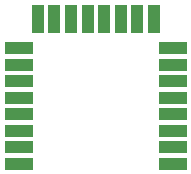
<source format=gbp>
G04 Layer_Color=128*
%FSLAX25Y25*%
%MOIN*%
G70*
G01*
G75*
%ADD40R,0.09646X0.03937*%
%ADD41R,0.03937X0.09646*%
D40*
X119500Y117000D02*
D03*
Y122512D02*
D03*
Y128024D02*
D03*
Y133535D02*
D03*
Y139047D02*
D03*
Y144559D02*
D03*
Y150071D02*
D03*
Y155583D02*
D03*
X170681D02*
D03*
Y150071D02*
D03*
Y144559D02*
D03*
Y139047D02*
D03*
Y133535D02*
D03*
Y128024D02*
D03*
Y122512D02*
D03*
Y117000D02*
D03*
D41*
X125799Y165425D02*
D03*
X131311D02*
D03*
X136823D02*
D03*
X142335D02*
D03*
X153358D02*
D03*
X158870D02*
D03*
X164382D02*
D03*
X147846D02*
D03*
M02*

</source>
